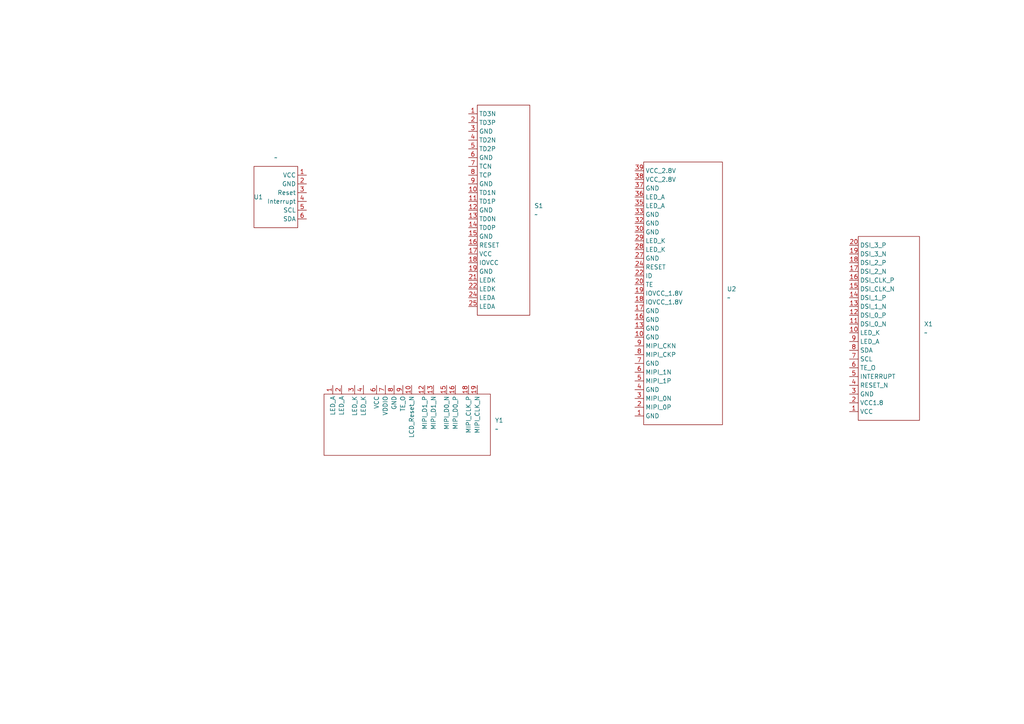
<source format=kicad_sch>
(kicad_sch (version 20250114) (generator "eeschema") (generator_version "9.0")
  (paper "A4")
  (lib_symbols
    (symbol "project:et050fw04_t_dsi_conn"
      (property "Reference" "U" (at 9.652 0 0))
      (symbol "et050fw04_t_dsi_conn_0_1"
        (rectangle (start -11.43 38.1) (end 11.43 -38.1))
      )
      (symbol "et050fw04_t_dsi_conn_1_1"
        (pin power_in line (at -13.97 35.56 0) (length 2.54) (name "VCC_2.8V") (number "39"))
        (pin power_in line (at -13.97 33.02 0) (length 2.54) (name "VCC_2.8V") (number "38"))
        (pin power_in line (at -13.97 30.48 0) (length 2.54) (name "GND") (number "37"))
        (pin input line (at -13.97 27.94 0) (length 2.54) (name "LED_A") (number "36"))
        (pin input line (at -13.97 25.4 0) (length 2.54) (name "LED_A") (number "35"))
        (pin power_in line (at -13.97 22.86 0) (length 2.54) (name "GND") (number "33"))
        (pin power_in line (at -13.97 20.32 0) (length 2.54) (name "GND") (number "32"))
        (pin power_in line (at -13.97 17.78 0) (length 2.54) (name "GND") (number "30"))
        (pin input line (at -13.97 15.24 0) (length 2.54) (name "LED_K") (number "29"))
        (pin input line (at -13.97 12.7 0) (length 2.54) (name "LED_K") (number "28"))
        (pin power_in line (at -13.97 10.16 0) (length 2.54) (name "GND") (number "27"))
        (pin input line (at -13.97 7.62 0) (length 2.54) (name "RESET") (number "24"))
        (pin output line (at -13.97 5.08 0) (length 2.54) (name "ID") (number "22"))
        (pin output line (at -13.97 2.54 0) (length 2.54) (name "TE") (number "20"))
        (pin power_in line (at -13.97 0 0) (length 2.54) (name "IOVCC_1.8V") (number "19"))
        (pin power_in line (at -13.97 -2.54 0) (length 2.54) (name "IOVCC_1.8V") (number "18"))
        (pin power_in line (at -13.97 -5.08 0) (length 2.54) (name "GND") (number "17"))
        (pin power_in line (at -13.97 -7.62 0) (length 2.54) (name "GND") (number "16"))
        (pin power_in line (at -13.97 -10.16 0) (length 2.54) (name "GND") (number "13"))
        (pin power_in line (at -13.97 -12.7 0) (length 2.54) (name "GND") (number "10"))
        (pin output line (at -13.97 -15.24 0) (length 2.54) (name "MIPI_CKN") (number "9"))
        (pin output line (at -13.97 -17.78 0) (length 2.54) (name "MIPI_CKP") (number "8"))
        (pin power_in line (at -13.97 -20.32 0) (length 2.54) (name "GND") (number "7"))
        (pin output line (at -13.97 -22.86 0) (length 2.54) (name "MIPI_1N") (number "6"))
        (pin output line (at -13.97 -25.4 0) (length 2.54) (name "MIPI_1P") (number "5"))
        (pin power_in line (at -13.97 -27.94 0) (length 2.54) (name "GND") (number "4"))
        (pin output line (at -13.97 -30.48 0) (length 2.54) (name "MIPI_0N") (number "3"))
        (pin output line (at -13.97 -33.02 0) (length 2.54) (name "MIPI_0P") (number "2"))
        (pin power_in line (at -13.97 -35.56 0) (length 2.54) (name "GND") (number "1"))
      )
    )
    (symbol "project:et060hd02_t_dsi_conn"
      (property "Reference" "S" (at 5.334 0 0))
      (symbol "et060hd02_t_dsi_conn_0_1"
        (rectangle (start -7.62 30.48) (end 7.62 -30.48))
      )
      (symbol "et060hd02_t_dsi_conn_1_1"
        (pin output line (at -10.16 27.94 0) (length 2.54) (name "TD3N") (number "1"))
        (pin output line (at -10.16 25.4 0) (length 2.54) (name "TD3P") (number "2"))
        (pin power_in line (at -10.16 22.86 0) (length 2.54) (name "GND") (number "3"))
        (pin output line (at -10.16 20.32 0) (length 2.54) (name "TD2N") (number "4"))
        (pin output line (at -10.16 17.78 0) (length 2.54) (name "TD2P") (number "5"))
        (pin power_in line (at -10.16 15.24 0) (length 2.54) (name "GND") (number "6"))
        (pin output line (at -10.16 12.7 0) (length 2.54) (name "TCN") (number "7"))
        (pin output line (at -10.16 10.16 0) (length 2.54) (name "TCP") (number "8"))
        (pin power_in line (at -10.16 7.62 0) (length 2.54) (name "GND") (number "9"))
        (pin output line (at -10.16 5.08 0) (length 2.54) (name "TD1N") (number "10"))
        (pin output line (at -10.16 2.54 0) (length 2.54) (name "TD1P") (number "11"))
        (pin power_in line (at -10.16 0 0) (length 2.54) (name "GND") (number "12"))
        (pin output line (at -10.16 -2.54 0) (length 2.54) (name "TD0N") (number "13"))
        (pin output line (at -10.16 -5.08 0) (length 2.54) (name "TD0P") (number "14"))
        (pin power_in line (at -10.16 -7.62 0) (length 2.54) (name "GND") (number "15"))
        (pin input line (at -10.16 -10.16 0) (length 2.54) (name "RESET") (number "16"))
        (pin power_in line (at -10.16 -12.7 0) (length 2.54) (name "VCC") (number "17"))
        (pin power_in line (at -10.16 -15.24 0) (length 2.54) (name "IOVCC") (number "18"))
        (pin power_in line (at -10.16 -17.78 0) (length 2.54) (name "GND") (number "19"))
        (pin input line (at -10.16 -20.32 0) (length 2.54) (name "LEDK") (number "21"))
        (pin input line (at -10.16 -22.86 0) (length 2.54) (name "LEDK") (number "22"))
        (pin input line (at -10.16 -25.4 0) (length 2.54) (name "LEDA") (number "24"))
        (pin input line (at -10.16 -27.94 0) (length 2.54) (name "LEDA") (number "25"))
      )
    )
    (symbol "project:mipi_breakout_header_conn"
      (property "Reference" "X" (at 7.112 0 0))
      (symbol "mipi_breakout_header_conn_0_1"
        (rectangle (start -8.89 27.94) (end 8.89 -25.4))
      )
      (symbol "mipi_breakout_header_conn_1_1"
        (pin output line (at -11.43 25.4 0) (length 2.54) (name "DSI_3_P") (number "20"))
        (pin output line (at -11.43 22.86 0) (length 2.54) (name "DSI_3_N") (number "19"))
        (pin output line (at -11.43 20.32 0) (length 2.54) (name "DSI_2_P") (number "18"))
        (pin output line (at -11.43 17.78 0) (length 2.54) (name "DSI_2_N") (number "17"))
        (pin output line (at -11.43 15.24 0) (length 2.54) (name "DSI_CLK_P") (number "16"))
        (pin output line (at -11.43 12.7 0) (length 2.54) (name "DSI_CLK_N") (number "15"))
        (pin output line (at -11.43 10.16 0) (length 2.54) (name "DSI_1_P") (number "14"))
        (pin output line (at -11.43 7.62 0) (length 2.54) (name "DSI_1_N") (number "13"))
        (pin output line (at -11.43 5.08 0) (length 2.54) (name "DSI_0_P") (number "12"))
        (pin output line (at -11.43 2.54 0) (length 2.54) (name "DSI_0_N") (number "11"))
        (pin input line (at -11.43 0 0) (length 2.54) (name "LED_K") (number "10"))
        (pin input line (at -11.43 -2.54 0) (length 2.54) (name "LED_A") (number "9"))
        (pin bidirectional line (at -11.43 -5.08 0) (length 2.54) (name "SDA") (number "8"))
        (pin input line (at -11.43 -7.62 0) (length 2.54) (name "SCL") (number "7"))
        (pin output line (at -11.43 -10.16 0) (length 2.54) (name "TE_O") (number "6"))
        (pin output line (at -11.43 -12.7 0) (length 2.54) (name "INTERRUPT") (number "5"))
        (pin input line (at -11.43 -15.24 0) (length 2.54) (name "RESET_N") (number "4"))
        (pin power_in line (at -11.43 -17.78 0) (length 2.54) (name "GND") (number "3"))
        (pin power_in line (at -11.43 -20.32 0) (length 2.54) (name "VCC1.8") (number "2"))
        (pin power_in line (at -11.43 -22.86 0) (length 2.54) (name "VCC") (number "1"))
      )
    )
    (symbol "project:tst043wvbi_130c_ctp_conn"
      (property "Reference" "U" (at -5.08 0 0))
      (symbol "tst043wvbi_130c_ctp_conn_0_1"
        (rectangle (start -6.35 8.89) (end 6.35 -8.89))
      )
      (symbol "tst043wvbi_130c_ctp_conn_1_1"
        (pin power_in line (at 8.89 6.35 180) (length 2.54) (name "VCC") (number "1"))
        (pin power_in line (at 8.89 3.81 180) (length 2.54) (name "GND") (number "2"))
        (pin input line (at 8.89 1.27 180) (length 2.54) (name "Reset") (number "3"))
        (pin input line (at 8.89 -1.27 180) (length 2.54) (name "Interrupt") (number "4"))
        (pin input line (at 8.89 -3.81 180) (length 2.54) (name "SCL") (number "5"))
        (pin bidirectional line (at 8.89 -6.35 180) (length 2.54) (name "SDA") (number "6"))
      )
    )
    (symbol "project:tst043wvbi_130c_dsi_conn"
      (property "Reference" "Y" (at 0 -7.366 0))
      (symbol "tst043wvbi_130c_dsi_conn_0_1"
        (rectangle (start -24.13 8.89) (end 24.13 -8.89))
      )
      (symbol "tst043wvbi_130c_dsi_conn_1_1"
        (pin input line (at -21.59 11.43 270) (length 2.54) (name "LED_A") (number "1"))
        (pin input line (at -19.05 11.43 270) (length 2.54) (name "LED_A") (number "2"))
        (pin input line (at -15.24 11.43 270) (length 2.54) (name "LED_K") (number "3"))
        (pin input line (at -12.7 11.43 270) (length 2.54) (name "LED_K") (number "4"))
        (pin power_in line (at -8.89 11.43 270) (length 2.54) (name "VCC") (number "6"))
        (pin power_in line (at -6.35 11.43 270) (length 2.54) (name "VDDIO") (number "7"))
        (pin power_in line (at -3.81 11.43 270) (length 2.54) (name "GND") (number "8"))
        (pin output line (at -1.27 11.43 270) (length 2.54) (name "TE_O") (number "9"))
        (pin input line (at 1.27 11.43 270) (length 2.54) (name "LCD_Reset_N") (number "10"))
        (pin input line (at 5.08 11.43 270) (length 2.54) (name "MIPI_D1_P") (number "12"))
        (pin input line (at 7.62 11.43 270) (length 2.54) (name "MIPI_D1_N") (number "13"))
        (pin input line (at 11.43 11.43 270) (length 2.54) (name "MIPI_D0_N") (number "15"))
        (pin input line (at 13.97 11.43 270) (length 2.54) (name "MIPI_D0_P") (number "16"))
        (pin input line (at 17.78 11.43 270) (length 2.54) (name "MIPI_CLK_P") (number "18"))
        (pin input line (at 20.32 11.43 270) (length 2.54) (name "MIPI_CLK_N") (number "19"))
      )
    )
  )
  (symbol (lib_id "project:mipi_breakout_header_conn") (at 257.81 96.52 0) (unit 1)
    (property "Reference" "X1" (at 267.97 93.9799 0) (effects (justify left)))
    (property "Value" "~" (at 267.97 96.5199 0) (effects (justify left)))
  )
  (symbol (lib_id "project:tst043wvbi_130c_dsi_conn") (at 118.11 123.19 0) (unit 1)
    (property "Reference" "Y1" (at 143.51 121.9199 0) (effects (justify left)))
    (property "Value" "~" (at 143.51 124.4599 0) (effects (justify left)))
  )
  (symbol (lib_id "project:tst043wvbi_130c_ctp_conn") (at 80.01 57.15 0) (unit 1)
    (property "Reference" "U1" (at 74.93 57.15 0))
    (property "Value" "~" (at 80.01 45.72 0))
  )
  (symbol (lib_id "project:et050fw04_t_dsi_conn") (at 198.12 85.09 0) (unit 1)
    (property "Reference" "U2" (at 210.82 83.8199 0) (effects (justify left)))
    (property "Value" "~" (at 210.82 86.3599 0) (effects (justify left)))
  )
  (symbol (lib_id "project:et060hd02_t_dsi_conn") (at 146.05 60.96 0) (unit 1)
    (property "Reference" "S1" (at 154.94 59.6899 0) (effects (justify left)))
    (property "Value" "~" (at 154.94 62.2299 0) (effects (justify left)))
  )
)
</source>
